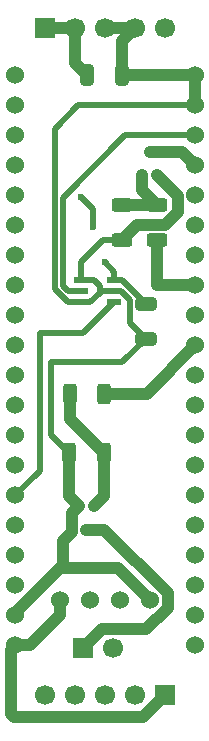
<source format=gtl>
%TF.GenerationSoftware,KiCad,Pcbnew,9.0.2*%
%TF.CreationDate,2025-07-08T19:23:37-03:00*%
%TF.ProjectId,ProlinUp,50726f6c-696e-4557-902e-6b696361645f,rev?*%
%TF.SameCoordinates,Original*%
%TF.FileFunction,Copper,L1,Top*%
%TF.FilePolarity,Positive*%
%FSLAX46Y46*%
G04 Gerber Fmt 4.6, Leading zero omitted, Abs format (unit mm)*
G04 Created by KiCad (PCBNEW 9.0.2) date 2025-07-08 19:23:37*
%MOMM*%
%LPD*%
G01*
G04 APERTURE LIST*
G04 Aperture macros list*
%AMRoundRect*
0 Rectangle with rounded corners*
0 $1 Rounding radius*
0 $2 $3 $4 $5 $6 $7 $8 $9 X,Y pos of 4 corners*
0 Add a 4 corners polygon primitive as box body*
4,1,4,$2,$3,$4,$5,$6,$7,$8,$9,$2,$3,0*
0 Add four circle primitives for the rounded corners*
1,1,$1+$1,$2,$3*
1,1,$1+$1,$4,$5*
1,1,$1+$1,$6,$7*
1,1,$1+$1,$8,$9*
0 Add four rect primitives between the rounded corners*
20,1,$1+$1,$2,$3,$4,$5,0*
20,1,$1+$1,$4,$5,$6,$7,0*
20,1,$1+$1,$6,$7,$8,$9,0*
20,1,$1+$1,$8,$9,$2,$3,0*%
G04 Aperture macros list end*
%TA.AperFunction,SMDPad,CuDef*%
%ADD10R,1.143000X0.609600*%
%TD*%
%TA.AperFunction,SMDPad,CuDef*%
%ADD11RoundRect,0.250000X-0.650000X0.325000X-0.650000X-0.325000X0.650000X-0.325000X0.650000X0.325000X0*%
%TD*%
%TA.AperFunction,ComponentPad*%
%ADD12R,1.700000X1.700000*%
%TD*%
%TA.AperFunction,ComponentPad*%
%ADD13C,1.700000*%
%TD*%
%TA.AperFunction,SMDPad,CuDef*%
%ADD14RoundRect,0.250000X0.312500X0.625000X-0.312500X0.625000X-0.312500X-0.625000X0.312500X-0.625000X0*%
%TD*%
%TA.AperFunction,SMDPad,CuDef*%
%ADD15RoundRect,0.250000X-0.625000X0.312500X-0.625000X-0.312500X0.625000X-0.312500X0.625000X0.312500X0*%
%TD*%
%TA.AperFunction,SMDPad,CuDef*%
%ADD16RoundRect,0.250000X0.625000X-0.312500X0.625000X0.312500X-0.625000X0.312500X-0.625000X-0.312500X0*%
%TD*%
%TA.AperFunction,SMDPad,CuDef*%
%ADD17RoundRect,0.112500X-0.112500X-0.237500X0.112500X-0.237500X0.112500X0.237500X-0.112500X0.237500X0*%
%TD*%
%TA.AperFunction,SMDPad,CuDef*%
%ADD18RoundRect,0.112500X0.112500X0.237500X-0.112500X0.237500X-0.112500X-0.237500X0.112500X-0.237500X0*%
%TD*%
%TA.AperFunction,ComponentPad*%
%ADD19C,1.524000*%
%TD*%
%TA.AperFunction,SMDPad,CuDef*%
%ADD20RoundRect,0.250000X-0.325000X-0.650000X0.325000X-0.650000X0.325000X0.650000X-0.325000X0.650000X0*%
%TD*%
%TA.AperFunction,ViaPad*%
%ADD21C,0.600000*%
%TD*%
%TA.AperFunction,Conductor*%
%ADD22C,0.500000*%
%TD*%
%TA.AperFunction,Conductor*%
%ADD23C,1.000000*%
%TD*%
G04 APERTURE END LIST*
D10*
%TO.P,U2,1,Q*%
%TO.N,SIGNAL_TOUCH*%
X147808000Y-99400000D03*
%TO.P,U2,2,VSS*%
%TO.N,GND*%
X147808000Y-98450000D03*
%TO.P,U2,3,I*%
%TO.N,TOUCH_BUTTON*%
X147808000Y-97500000D03*
%TO.P,U2,4,AHLB*%
%TO.N,GND*%
X145000000Y-97500000D03*
%TO.P,U2,5,VDD*%
%TO.N,+3.3V*%
X145000000Y-98450000D03*
%TO.P,U2,6,TOG*%
%TO.N,GND*%
X145000000Y-99400000D03*
%TD*%
D11*
%TO.P,C2,1*%
%TO.N,TOUCH_BUTTON*%
X150500000Y-99550000D03*
%TO.P,C2,2*%
%TO.N,GND*%
X150500000Y-102500000D03*
%TD*%
D12*
%TO.P,J2,1,Pin_1*%
%TO.N,+5V*%
X141922500Y-76156250D03*
D13*
%TO.P,J2,2,Pin_2*%
X144462500Y-76156250D03*
%TO.P,J2,3,Pin_3*%
%TO.N,GND*%
X147002500Y-76156250D03*
%TO.P,J2,4,Pin_4*%
X149542500Y-76156250D03*
%TO.P,J2,5,Pin_5*%
%TO.N,TOUCH_BUTTON*%
X152082500Y-76156250D03*
%TD*%
D14*
%TO.P,R3,1*%
%TO.N,PA6_PWM_OUTPUT*%
X146962500Y-107156250D03*
%TO.P,R3,2*%
%TO.N,Net-(Q2-B)*%
X144037500Y-107156250D03*
%TD*%
D15*
%TO.P,R1,1*%
%TO.N,Net-(Q1-B)*%
X148462500Y-91193750D03*
%TO.P,R1,2*%
%TO.N,GND*%
X148462500Y-94118750D03*
%TD*%
D14*
%TO.P,R4,1*%
%TO.N,Net-(Q2-B)*%
X146925000Y-112156250D03*
%TO.P,R4,2*%
%TO.N,GND*%
X144000000Y-112156250D03*
%TD*%
D16*
%TO.P,R2,1*%
%TO.N,Net-(R2-Pad1)*%
X151462500Y-94118750D03*
%TO.P,R2,2*%
%TO.N,Net-(Q1-B)*%
X151462500Y-91193750D03*
%TD*%
D17*
%TO.P,Q1,1,B*%
%TO.N,Net-(Q1-B)*%
X150162500Y-88656250D03*
%TO.P,Q1,2,E*%
%TO.N,GND*%
X151462500Y-88656250D03*
%TO.P,Q1,3,C*%
%TO.N,Net-(Q1-C)*%
X150812500Y-86656250D03*
%TD*%
D12*
%TO.P,J1,1,Pin_1*%
%TO.N,+3.3V*%
X152122500Y-132656250D03*
D13*
%TO.P,J1,2,Pin_2*%
%TO.N,PA0_X_ADXL*%
X149582500Y-132656250D03*
%TO.P,J1,3,Pin_3*%
%TO.N,PA1_Z_ADXL*%
X147042500Y-132656250D03*
%TO.P,J1,4,Pin_4*%
%TO.N,PA2_Y_ADXL*%
X144502500Y-132656250D03*
%TO.P,J1,5,Pin_5*%
%TO.N,GND*%
X141962500Y-132656250D03*
%TD*%
D18*
%TO.P,Q2,1,B*%
%TO.N,Net-(Q2-B)*%
X146112500Y-116656250D03*
%TO.P,Q2,2,E*%
%TO.N,GND*%
X144812500Y-116656250D03*
%TO.P,Q2,3,C*%
%TO.N,Net-(J4-Pin_1)*%
X145462500Y-118656250D03*
%TD*%
D12*
%TO.P,J4,1,Pin_1*%
%TO.N,Net-(J4-Pin_1)*%
X145187500Y-128656250D03*
D13*
%TO.P,J4,2,Pin_2*%
%TO.N,+5V*%
X147727500Y-128656250D03*
%TD*%
D19*
%TO.P,U1,3V3,3.3V*%
%TO.N,+3.3V*%
X139437500Y-128461250D03*
X143247500Y-124651250D03*
X154677500Y-85281250D03*
%TO.P,U1,5V,5V*%
%TO.N,+5V*%
X139437500Y-123381250D03*
%TO.P,U1,G,GND*%
%TO.N,GND*%
X139437500Y-125921250D03*
X150867500Y-124651250D03*
X154677500Y-80201250D03*
X154677500Y-82741250D03*
%TO.P,U1,NRST,RESET*%
%TO.N,Net-(Q1-C)*%
X154677500Y-87821250D03*
%TO.P,U1,PA0,PA0*%
%TO.N,PA0_X_ADXL*%
X154677500Y-118301250D03*
%TO.P,U1,PA1,PA1*%
%TO.N,PA1_Z_ADXL*%
X154677500Y-115761250D03*
%TO.P,U1,PA2,PA2*%
%TO.N,PA2_Y_ADXL*%
X154677500Y-113221250D03*
%TO.P,U1,PA3,PA3*%
%TO.N,unconnected-(U1-PadPA3)*%
X154677500Y-110681250D03*
%TO.P,U1,PA4,PA4*%
%TO.N,unconnected-(U1-PadPA4)*%
X154677500Y-108141250D03*
%TO.P,U1,PA5,PA5*%
%TO.N,unconnected-(U1-PadPA5)*%
X154677500Y-105601250D03*
%TO.P,U1,PA6,PA6*%
%TO.N,PA6_PWM_OUTPUT*%
X154677500Y-103061250D03*
%TO.P,U1,PA7,PA7*%
%TO.N,unconnected-(U1-PadPA7)*%
X154677500Y-100521250D03*
%TO.P,U1,PA8,PA8*%
%TO.N,unconnected-(U1-PadPA8)*%
X139437500Y-90361250D03*
%TO.P,U1,PA9,PA9*%
%TO.N,unconnected-(U1-PadPA9)*%
X139437500Y-92901250D03*
%TO.P,U1,PA10,PA10*%
%TO.N,unconnected-(U1-PadPA10)*%
X139437500Y-95441250D03*
%TO.P,U1,PA11,PA11*%
%TO.N,unconnected-(U1-PadPA11)*%
X139437500Y-97981250D03*
%TO.P,U1,PA12,PA12*%
%TO.N,unconnected-(U1-PadPA12)*%
X139437500Y-100521250D03*
%TO.P,U1,PA15,PA15*%
%TO.N,unconnected-(U1-PadPA15)*%
X139437500Y-103061250D03*
%TO.P,U1,PB0,PB0*%
%TO.N,Net-(R2-Pad1)*%
X154677500Y-97981250D03*
%TO.P,U1,PB1,PB1*%
%TO.N,unconnected-(U1-PadPB1)*%
X154677500Y-95441250D03*
%TO.P,U1,PB3,PB3*%
%TO.N,unconnected-(U1-PadPB3)*%
X139437500Y-105601250D03*
%TO.P,U1,PB4,PB4*%
%TO.N,unconnected-(U1-PadPB4)*%
X139437500Y-108141250D03*
%TO.P,U1,PB5,PB5*%
%TO.N,unconnected-(U1-PadPB5)*%
X139437500Y-110681250D03*
%TO.P,U1,PB6,PB6*%
%TO.N,unconnected-(U1-PadPB6)*%
X139437500Y-113221250D03*
%TO.P,U1,PB7,PB7*%
%TO.N,SIGNAL_TOUCH*%
X139437500Y-115761250D03*
%TO.P,U1,PB8,PB8*%
%TO.N,unconnected-(U1-PadPB8)*%
X139437500Y-118301250D03*
%TO.P,U1,PB9,PB9*%
%TO.N,unconnected-(U1-PadPB9)*%
X139437500Y-120841250D03*
%TO.P,U1,PB10,PB10*%
%TO.N,unconnected-(U1-PadPB10)*%
X154677500Y-92901250D03*
%TO.P,U1,PB11,PB11*%
%TO.N,unconnected-(U1-PadPB11)*%
X154677500Y-90361250D03*
%TO.P,U1,PB12,PB12*%
%TO.N,unconnected-(U1-PadPB12)*%
X139437500Y-80201250D03*
%TO.P,U1,PB13,PB13*%
%TO.N,unconnected-(U1-PadPB13)*%
X139437500Y-82741250D03*
%TO.P,U1,PB14,PB14*%
%TO.N,unconnected-(U1-PadPB14)*%
X139437500Y-85281250D03*
%TO.P,U1,PB15,PB15*%
%TO.N,unconnected-(U1-PadPB15)*%
X139437500Y-87821250D03*
%TO.P,U1,PC13,PC13*%
%TO.N,unconnected-(U1-PadPC13)*%
X154677500Y-125921250D03*
%TO.P,U1,PC14,PC14*%
%TO.N,unconnected-(U1-PadPC14)*%
X154677500Y-123381250D03*
%TO.P,U1,PC15,PC15*%
%TO.N,unconnected-(U1-PadPC15)*%
X154677500Y-120841250D03*
%TO.P,U1,SWCLK*%
%TO.N,N/C*%
X148327500Y-124651250D03*
%TO.P,U1,SWO*%
X145787500Y-124651250D03*
%TO.P,U1,VBAT,Vbat*%
%TO.N,unconnected-(U1-Vbat-PadVBAT)*%
X154677500Y-128461250D03*
%TD*%
D20*
%TO.P,C1,1*%
%TO.N,+5V*%
X145487500Y-80156250D03*
%TO.P,C1,2*%
%TO.N,GND*%
X148437500Y-80156250D03*
%TD*%
D21*
%TO.N,TOUCH_BUTTON*%
X145000000Y-90500000D03*
X146000000Y-93000000D03*
X146000000Y-93000000D03*
X147000000Y-96000000D03*
%TD*%
D22*
%TO.N,GND*%
X145000000Y-99400000D02*
X143887136Y-99400000D01*
X143887136Y-99400000D02*
X142799000Y-98311864D01*
X142799000Y-98311864D02*
X142799000Y-84701000D01*
X142799000Y-84701000D02*
X144758750Y-82741250D01*
X144758750Y-82741250D02*
X154677500Y-82741250D01*
D23*
X148358125Y-122141875D02*
X148112500Y-121896250D01*
D22*
%TO.N,TOUCH_BUTTON*%
X146000000Y-91500000D02*
X145000000Y-90500000D01*
X146000000Y-93000000D02*
X146000000Y-91500000D01*
X147808000Y-96808000D02*
X147000000Y-96000000D01*
X147808000Y-97500000D02*
X147808000Y-96808000D01*
%TO.N,GND*%
X148500000Y-104500000D02*
X142500000Y-104500000D01*
X150500000Y-102500000D02*
X148500000Y-104500000D01*
X142500000Y-104500000D02*
X142500000Y-110656250D01*
X142500000Y-110656250D02*
X144000000Y-112156250D01*
%TO.N,SIGNAL_TOUCH*%
X147808000Y-99400000D02*
X145208000Y-102000000D01*
X145208000Y-102000000D02*
X141500000Y-102000000D01*
X141500000Y-102000000D02*
X141500000Y-113698750D01*
X141500000Y-113698750D02*
X139437500Y-115761250D01*
%TO.N,GND*%
X147808000Y-98450000D02*
X148408636Y-98450000D01*
X148408636Y-98450000D02*
X149149000Y-99190364D01*
X149149000Y-99190364D02*
X149149000Y-101149000D01*
X149149000Y-101149000D02*
X150500000Y-102500000D01*
%TO.N,+3.3V*%
X145000000Y-98450000D02*
X143928500Y-98450000D01*
X143928500Y-98450000D02*
X143500000Y-98021500D01*
X143500000Y-98021500D02*
X143500000Y-90541960D01*
X143500000Y-90541960D02*
X148760710Y-85281250D01*
X148760710Y-85281250D02*
X154677500Y-85281250D01*
%TO.N,GND*%
X145000000Y-97500000D02*
X145000000Y-96000000D01*
X145000000Y-96000000D02*
X146881250Y-94118750D01*
X146881250Y-94118750D02*
X148462500Y-94118750D01*
X146736500Y-98450000D02*
X146593250Y-98593250D01*
X145000000Y-97500000D02*
X146071500Y-97500000D01*
X146593250Y-98021750D02*
X146593250Y-98593250D01*
X146071500Y-97500000D02*
X146593250Y-98021750D01*
X147808000Y-98450000D02*
X146736500Y-98450000D01*
X146593250Y-98593250D02*
X145786500Y-99400000D01*
X145786500Y-99400000D02*
X145000000Y-99400000D01*
%TO.N,TOUCH_BUTTON*%
X147808000Y-97500000D02*
X148450000Y-97500000D01*
X148450000Y-97500000D02*
X150500000Y-99550000D01*
D23*
%TO.N,+5V*%
X144462500Y-76156250D02*
X144462500Y-79131250D01*
X141922500Y-76156250D02*
X144462500Y-76156250D01*
X144462500Y-79131250D02*
X145487500Y-80156250D01*
%TO.N,GND*%
X139437500Y-125681250D02*
X143222500Y-121896250D01*
X143462500Y-119656250D02*
X144261500Y-118857250D01*
X143222500Y-121896250D02*
X143462500Y-121896250D01*
X144261500Y-117207250D02*
X144812500Y-116656250D01*
X148437500Y-80156250D02*
X148437500Y-77261250D01*
X139437500Y-125921250D02*
X139437500Y-125681250D01*
X152090344Y-92855250D02*
X149726000Y-92855250D01*
X153214500Y-90408250D02*
X153214500Y-91731094D01*
X144261500Y-118857250D02*
X144261500Y-117207250D01*
X151462500Y-88656250D02*
X153214500Y-90408250D01*
X147002500Y-76156250D02*
X149542500Y-76156250D01*
X154632500Y-80156250D02*
X154677500Y-80201250D01*
X148112500Y-121896250D02*
X143462500Y-121896250D01*
X144000000Y-112156250D02*
X144000000Y-115843750D01*
X150867500Y-124651250D02*
X148358125Y-122141875D01*
X148437500Y-80156250D02*
X154632500Y-80156250D01*
X153214500Y-91731094D02*
X152090344Y-92855250D01*
X144000000Y-115843750D02*
X144812500Y-116656250D01*
X143462500Y-121896250D02*
X143462500Y-119656250D01*
X154677500Y-80201250D02*
X154677500Y-82741250D01*
X148437500Y-77261250D02*
X149542500Y-76156250D01*
X149726000Y-92855250D02*
X148462500Y-94118750D01*
%TO.N,+3.3V*%
X139063500Y-128835250D02*
X139437500Y-128461250D01*
X139437500Y-128461250D02*
X140657500Y-128461250D01*
X143247500Y-125871250D02*
X143247500Y-124651250D01*
X152122500Y-132656250D02*
X150223500Y-134555250D01*
X139063500Y-134257250D02*
X139063500Y-128835250D01*
X150223500Y-134555250D02*
X139361500Y-134555250D01*
X139361500Y-134555250D02*
X139063500Y-134257250D01*
X140657500Y-128461250D02*
X143247500Y-125871250D01*
%TO.N,Net-(Q1-B)*%
X150162500Y-88656250D02*
X150162500Y-89893750D01*
X150162500Y-89893750D02*
X151462500Y-91193750D01*
X148462500Y-91193750D02*
X151462500Y-91193750D01*
%TO.N,Net-(Q1-C)*%
X153512500Y-86656250D02*
X154677500Y-87821250D01*
X150812500Y-86656250D02*
X153512500Y-86656250D01*
%TO.N,Net-(R2-Pad1)*%
X151462500Y-94118750D02*
X151462500Y-97981250D01*
X151462500Y-97981250D02*
X154677500Y-97981250D01*
%TO.N,PA6_PWM_OUTPUT*%
X146962500Y-107156250D02*
X150582500Y-107156250D01*
X150582500Y-107156250D02*
X154677500Y-103061250D01*
%TO.N,Net-(J4-Pin_1)*%
X145462500Y-118656250D02*
X146941495Y-118656250D01*
X152330500Y-125257245D02*
X150482495Y-127105250D01*
X152330500Y-124045255D02*
X152330500Y-125257245D01*
X146738500Y-127105250D02*
X145187500Y-128656250D01*
X150482495Y-127105250D02*
X146738500Y-127105250D01*
X146941495Y-118656250D02*
X152330500Y-124045255D01*
%TO.N,Net-(Q2-B)*%
X144037500Y-109268750D02*
X146925000Y-112156250D01*
X144037500Y-107156250D02*
X144037500Y-109268750D01*
X146925000Y-115843750D02*
X146112500Y-116656250D01*
X146925000Y-112156250D02*
X146925000Y-115843750D01*
%TD*%
M02*

</source>
